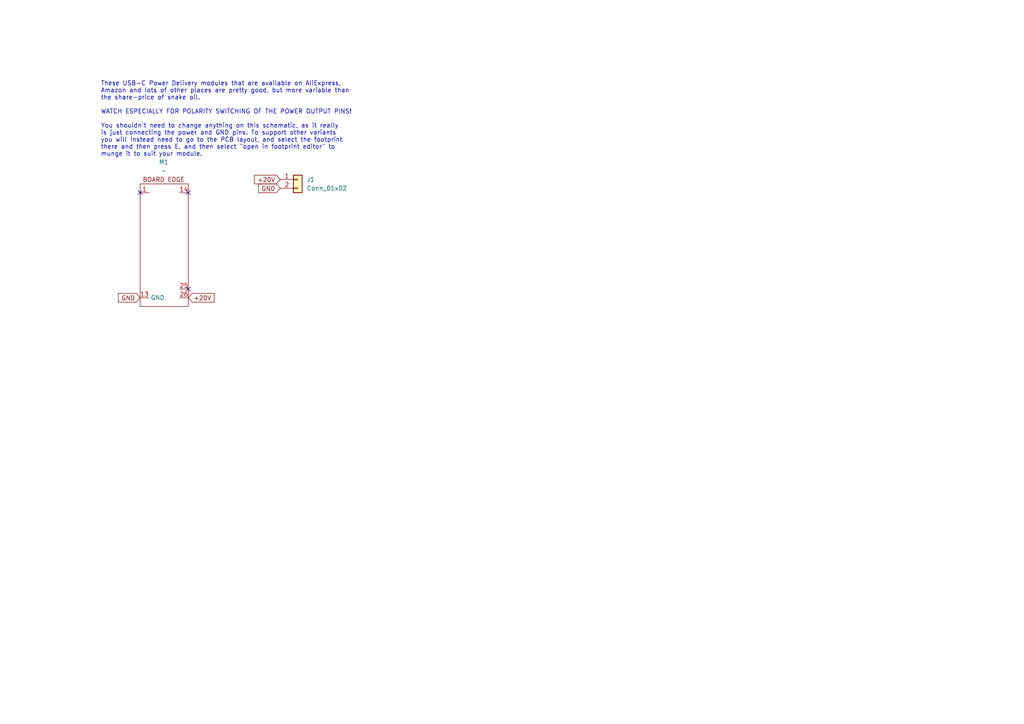
<source format=kicad_sch>
(kicad_sch (version 20231120) (generator "eeschema") (generator_version "8.0")
  (paper "A4")
  (lib_symbols
    (symbol "Connector_Generic:Conn_01x02" (pin_names (offset 1.016) hide)
      (property "Reference" "J" (at 0 2.54 0))
      (property "Value" "Conn_01x02" (at 0 -5.08 0))
      (symbol "Conn_01x02_1_1"
        (rectangle (start -1.27 -2.413) (end 0 -2.667) (stroke (width 0.1524)))
        (rectangle (start -1.27 0.127) (end 0 -0.127) (stroke (width 0.1524)))
        (rectangle (start -1.27 1.27) (end 1.27 -3.81) (stroke (width 0.254)) (fill (type background)))
        (pin passive line (at -5.08 0 0) (length 3.81) (name "Pin_1") (number "1"))
        (pin passive line (at -5.08 -2.54 0) (length 3.81) (name "Pin_2") (number "2"))
      )
    )
    (symbol "MegaCastle:MegaCastle2x13-Module-I14.0x28.2-M800C00C-NOCUTOUT-EDGE"
      (property "Reference" "M" (at 0 -20.32 0))
      (symbol "MegaCastle2x13-Module-I14.0x28.2-M800C00C-NOCUTOUT-EDGE_0_1"
        (rectangle (start -6.35 17.78) (end 7.62 -17.78))
      )
      (symbol "MegaCastle2x13-Module-I14.0x28.2-M800C00C-NOCUTOUT-EDGE_1_1"
        (text " BOARD EDGE" (at 0 19.05 0) (effects (font (size 1.27 1.27))))
        (pin bidirectional line (at -6.35 15.24 0) (length 2.54) (name "") (number "1"))
        (pin bidirectional line (at -6.35 -15.24 0) (length 2.54) (name "GND") (number "13"))
        (pin bidirectional line (at 7.62 15.24 180) (length 2.54) (name "") (number "14"))
        (pin bidirectional line (at 7.62 -12.7 180) (length 2.54) (name "") (number "25"))
        (pin bidirectional line (at 7.62 -15.24 180) (length 2.54) (name "") (number "26"))
      )
    )
  )
  (no_connect (at 54.61 83.82))
  (no_connect (at 40.64 55.88))
  (no_connect (at 54.61 55.88))
  (text "These USB-C Power Delivery modules that are available on AliExpress, \nAmazon and lots of other places are pretty good, but more variable than\nthe share-price of snake oil.\n\nWATCH ESPECIALLY FOR POLARITY SWITCHING OF THE POWER OUTPUT PINS!\n\nYou shouldn't need to change anything on this schematic, as it really\nis just connecting the power and GND pins. To support other variants\nyou will instead need to go to the PCB layout, and select the footprint\nthere and then press E, and then select \"open in footprint editor\" to\nmunge it to suit your module." (at 29.21 34.544 0) (effects (font (size 1.27 1.27)) (justify left)))
  (global_label "GND" (shape input) (at 40.64 86.36 180) (property "Intersheetrefs" "${INTERSHEET_REFS}" (effects (hide yes))))
  (global_label "+20V" (shape input) (at 81.28 52.07 180) (property "Intersheetrefs" "${INTERSHEET_REFS}" (effects (hide yes))))
  (global_label "GND" (shape input) (at 81.28 54.61 180) (property "Intersheetrefs" "${INTERSHEET_REFS}" (effects (hide yes))))
  (global_label "+20V" (shape input) (at 54.61 86.36 0) (property "Intersheetrefs" "${INTERSHEET_REFS}" (effects (hide yes))))
  (symbol (lib_id "MegaCastle:MegaCastle2x13-Module-I14.0x28.2-M800C00C-NOCUTOUT-EDGE") (at 46.99 71.12 0) (unit 1)
    (property "Reference" "M1" (at 47.4938 46.99 0))
    (property "Value" "~" (at 47.4938 49.53 0))
    (property "Footprint" "MegaCastle:MegaCastle2x13-Module-I14.0x28.2-M800C00C-PANEL-NIBBLE" (effects (hide yes)))
    (property "Description" "Generated using footprint-gen .. 14 28 5 M800C00C" (effects (hide yes)))
  )
  (symbol (lib_id "Connector_Generic:Conn_01x02") (at 86.36 52.07 0) (unit 1)
    (property "Reference" "J1" (at 88.9 52.0699 0) (effects (justify left)))
    (property "Value" "Conn_01x02" (at 88.9 54.6099 0) (effects (justify left)))
    (property "Footprint" "Connector_PinHeader_2.54mm:PinHeader_1x02_P2.54mm_Vertical" (effects (hide yes)))
    (property "Description" "Generic connector, single row, 01x02, script generated (kicad-library-utils/schlib/autogen/connector/)" (effects (hide yes)))
  )
)
</source>
